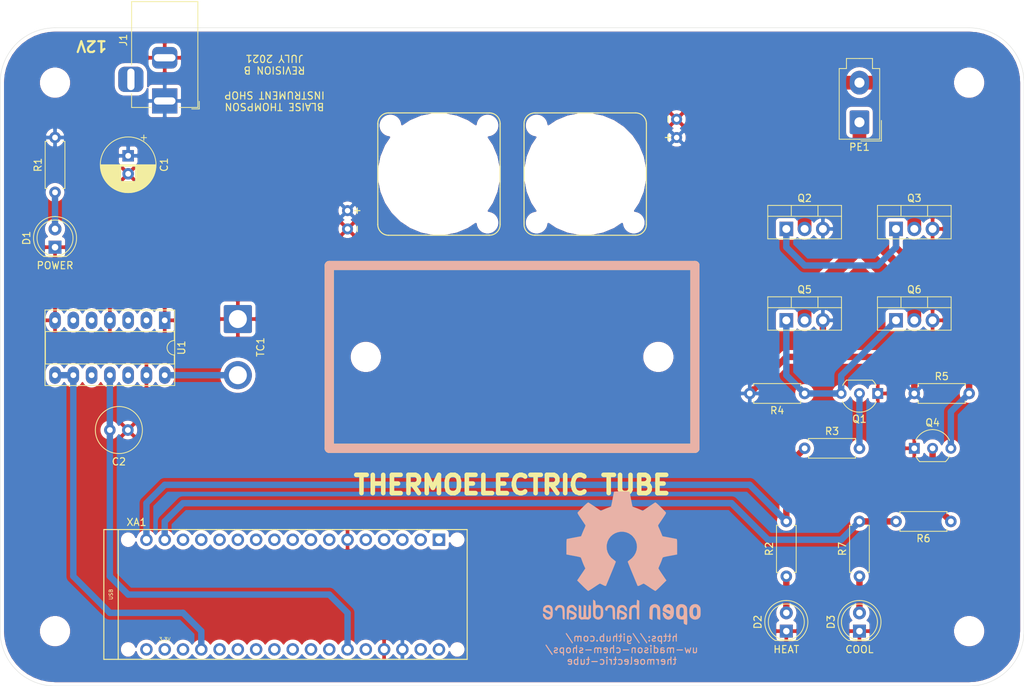
<source format=kicad_pcb>
(kicad_pcb (version 20171130) (host pcbnew 5.1.8+dfsg1-1+b1)
  (title_block (title "Thermoelectric Tube") (date 2021-07-27) (rev B) (company UW-Madison) (comment 1 "Department of Chemistry") (comment 2 "Instrument Shop") (comment 3 "Blaise Thompson") (comment 4 blaise.thompson@wisc.edu))
  (layers (0 F.Cu signal) (31 B.Cu signal) (34 B.Paste user) (35 F.Paste user) (36 B.SilkS user) (37 F.SilkS user) (38 B.Mask user) (39 F.Mask user) (44 Edge.Cuts user))
  (net 0 "")
  (net 1 GND)
  (net 2 "Net-(Q1-Pad3)")
  (net 3 "Net-(Q1-Pad2)")
  (net 4 "Net-(Q2-Pad1)")
  (net 5 "Net-(Q4-Pad2)")
  (net 6 +12V)
  (net 7 +5V)
  (net 8 "Net-(D1-Pad2)")
  (net 9 "Net-(D2-Pad2)")
  (net 10 "Net-(D3-Pad2)")
  (net 11 "Net-(PE1-Pad2)")
  (net 12 "Net-(PE1-Pad1)")
  (net 13 "Net-(R2-Pad2)")
  (net 14 "Net-(R6-Pad2)")
  (net 15 "Net-(TC1-Pad2)")
  (net 16 "Net-(U1-Pad8)")
  (module Symbol:OSHW-Logo2_24.3x20mm_SilkScreen (layer B.Cu) (at 129.54 116.84 180)
    (fp_text reference REF** hide)
    (fp_text value OSHW-Logo2_24.3x20mm_SilkScreen hide)
  )
  (module Connector_Wire:SolderWire-2sqmm_1x02_P7.8mm_D2mm_OD3.9mm (layer F.Cu) (at 76.2 83.64 270)
    (fp_text reference TC1 (at 3.9 -3.15 90) (layer F.SilkS))
    (fp_text value Thermocouple)
    (pad 2 thru_hole circle (at 7.8 0 270) (size 3.9 3.9) (drill 2.5) (layers *.Cu *.Mask) (net 15 "Net-(TC1-Pad2)"))
    (pad 1 thru_hole roundrect (at 0 0 270) (size 3.9 3.9) (drill 2.5) (layers *.Cu *.Mask) (roundrect_rratio 0.06410282051282051) (net 1 GND))
  )
  (module Connector_Molex:Molex_Mini-Fit_Jr_5566-02A_2x01_P4.20mm_Vertical (layer F.Cu) (at 162.56 56.3 180)
    (fp_text reference PE1 (at 0 -3.45) (layer F.SilkS))
    (fp_text value Peltier_Element)
    (pad 2 thru_hole oval (at 0 5.5 180) (size 2.7 3.3) (drill 1.4) (layers *.Cu *.Mask) (net 11 "Net-(PE1-Pad2)"))
    (pad 1 thru_hole roundrect (at 0 0 180) (size 2.7 3.3) (drill 1.4) (layers *.Cu *.Mask) (roundrect_rratio 0.09259296296296296) (net 12 "Net-(PE1-Pad1)"))
  )
  (module Arduino:Arduino_Micro_Socket (layer F.Cu) (at 59.58 130.92)
    (fp_text reference XA1 (at 2.54 -19.05) (layer F.SilkS))
    (fp_text value Arduino_Micro_Socket)
    (fp_text user USB (at -1.016 -9.017 90) (layer F.SilkS) (effects (font (size 0.5 0.5) (thickness 0.075))))
    (fp_text user 3.3V (at 6.46 -2.794) (layer F.SilkS) (effects (font (size 0.5 0.5) (thickness 0.075))))
    (pad MISO thru_hole oval (at 42.02 -1.38) (size 1.7272 1.7272) (drill 1.016) (layers *.Cu *.Mask))
    (pad A5 thru_hole oval (at 24.24 -1.38) (size 1.7272 1.7272) (drill 1.016) (layers *.Cu *.Mask))
    (pad A4 thru_hole oval (at 21.7 -1.38) (size 1.7272 1.7272) (drill 1.016) (layers *.Cu *.Mask))
    (pad A3 thru_hole oval (at 19.16 -1.38) (size 1.7272 1.7272) (drill 1.016) (layers *.Cu *.Mask))
    (pad A2 thru_hole oval (at 16.62 -1.38) (size 1.7272 1.7272) (drill 1.016) (layers *.Cu *.Mask))
    (pad A1 thru_hole oval (at 14.08 -1.38) (size 1.7272 1.7272) (drill 1.016) (layers *.Cu *.Mask))
    (pad "" thru_hole oval (at 29.32 -1.38) (size 1.7272 1.7272) (drill 1.016) (layers *.Cu *.Mask))
    (pad D11 thru_hole oval (at 6.46 -16.62) (size 1.7272 1.7272) (drill 1.016) (layers *.Cu *.Mask) (net 14 "Net-(R6-Pad2)"))
    (pad D12 thru_hole oval (at 3.92 -16.62) (size 1.7272 1.7272) (drill 1.016) (layers *.Cu *.Mask) (net 13 "Net-(R2-Pad2)"))
    (pad D13 thru_hole oval (at 3.92 -1.38) (size 1.7272 1.7272) (drill 1.016) (layers *.Cu *.Mask))
    (pad AREF thru_hole oval (at 9 -1.38) (size 1.7272 1.7272) (drill 1.016) (layers *.Cu *.Mask))
    (pad "" np_thru_hole circle (at 1.38 -1.38) (size 1.016 1.016) (drill 1.016) (layers *.Cu *.Mask))
    (pad D10 thru_hole oval (at 9 -16.62) (size 1.7272 1.7272) (drill 1.016) (layers *.Cu *.Mask))
    (pad D9 thru_hole oval (at 11.54 -16.62) (size 1.7272 1.7272) (drill 1.016) (layers *.Cu *.Mask))
    (pad D8 thru_hole oval (at 14.08 -16.62) (size 1.7272 1.7272) (drill 1.016) (layers *.Cu *.Mask))
    (pad D7 thru_hole oval (at 16.62 -16.62) (size 1.7272 1.7272) (drill 1.016) (layers *.Cu *.Mask))
    (pad D6 thru_hole oval (at 19.16 -16.62) (size 1.7272 1.7272) (drill 1.016) (layers *.Cu *.Mask))
    (pad D5 thru_hole oval (at 21.7 -16.62) (size 1.7272 1.7272) (drill 1.016) (layers *.Cu *.Mask))
    (pad D4 thru_hole oval (at 24.24 -16.62) (size 1.7272 1.7272) (drill 1.016) (layers *.Cu *.Mask))
    (pad D3 thru_hole oval (at 26.78 -16.62) (size 1.7272 1.7272) (drill 1.016) (layers *.Cu *.Mask))
    (pad D2 thru_hole oval (at 29.32 -16.62) (size 1.7272 1.7272) (drill 1.016) (layers *.Cu *.Mask))
    (pad D1 thru_hole oval (at 39.48 -16.62) (size 1.7272 1.7272) (drill 1.016) (layers *.Cu *.Mask))
    (pad D0 thru_hole oval (at 36.94 -16.62) (size 1.7272 1.7272) (drill 1.016) (layers *.Cu *.Mask))
    (pad SS thru_hole oval (at 42.02 -16.62) (size 1.7272 1.7272) (drill 1.016) (layers *.Cu *.Mask))
    (pad RST1 thru_hole oval (at 34.4 -1.38) (size 1.7272 1.7272) (drill 1.016) (layers *.Cu *.Mask))
    (pad 3V3 thru_hole oval (at 6.46 -1.38) (size 1.7272 1.7272) (drill 1.016) (layers *.Cu *.Mask))
    (pad 5V thru_hole oval (at 31.86 -1.38) (size 1.7272 1.7272) (drill 1.016) (layers *.Cu *.Mask) (net 7 +5V))
    (pad GND1 thru_hole oval (at 36.94 -1.38) (size 1.7272 1.7272) (drill 1.016) (layers *.Cu *.Mask) (net 1 GND))
    (pad GND2 thru_hole oval (at 31.86 -16.62) (size 1.7272 1.7272) (drill 1.016) (layers *.Cu *.Mask) (net 1 GND))
    (pad VIN thru_hole oval (at 39.48 -1.38) (size 1.7272 1.7272) (drill 1.016) (layers *.Cu *.Mask) (net 6 +12V))
    (pad A0 thru_hole oval (at 11.54 -1.38) (size 1.7272 1.7272) (drill 1.016) (layers *.Cu *.Mask) (net 16 "Net-(U1-Pad8)"))
    (pad SCK thru_hole oval (at 44.56 -1.38) (size 1.7272 1.7272) (drill 1.016) (layers *.Cu *.Mask))
    (pad MOSI thru_hole rect (at 44.56 -16.62) (size 1.7272 1.7272) (drill 1.016) (layers *.Cu *.Mask))
    (pad RST2 thru_hole oval (at 34.4 -16.62) (size 1.7272 1.7272) (drill 1.016) (layers *.Cu *.Mask))
    (pad "" thru_hole oval (at 26.78 -1.38) (size 1.7272 1.7272) (drill 1.016) (layers *.Cu *.Mask))
    (pad "" np_thru_hole circle (at 47.1 -1.38) (size 1.016 1.016) (drill 1.016) (layers *.Cu *.Mask))
    (pad "" np_thru_hole circle (at 1.38 -16.62) (size 1.016 1.016) (drill 1.016) (layers *.Cu *.Mask))
    (pad "" np_thru_hole circle (at 47.1 -16.62) (size 1.016 1.016) (drill 1.016) (layers *.Cu *.Mask))
  )
  (module footprints:F17HA-05HC (layer F.Cu) (at 124.46 63.5 270)
    (fp_text reference M2 (at 0 0.5 90) (layer F.SilkS))
    (fp_text value Fan)
    (fp_text user - (at -7.62 -11.43 270) (layer F.SilkS))
    (fp_text user + (at -5.08 -11.43 270) (layer F.SilkS))
    (pad "" np_thru_hole circle (at -6.75 6.75 270) (size 2 2) (drill 2) (layers *.Cu *.Mask))
    (pad "" np_thru_hole circle (at 6.75 -6.75 270) (size 2 2) (drill 2) (layers *.Cu *.Mask))
    (pad "" np_thru_hole circle (at 6.75 6.75 270) (size 2 2) (drill 2) (layers *.Cu *.Mask))
    (pad "" np_thru_hole circle (at 0 0 270) (size 15.9 15.9) (drill 15.9) (layers *.Cu *.Mask))
    (pad 1 thru_hole circle (at -5.08 -12.7 270) (size 1.524 1.524) (drill 0.762) (layers *.Cu *.Mask) (net 6 +12V))
    (pad 2 thru_hole circle (at -7.62 -12.7 270) (size 1.524 1.524) (drill 0.762) (layers *.Cu *.Mask) (net 1 GND))
  )
  (module footprints:F17HA-05HC (layer F.Cu) (at 104.14 63.5 90)
    (fp_text reference M1 (at 0 0.5 90) (layer F.SilkS))
    (fp_text value Fan)
    (fp_text user - (at -7.62 -11.43 270) (layer F.SilkS))
    (fp_text user + (at -5.08 -11.43 270) (layer F.SilkS))
    (pad "" np_thru_hole circle (at -6.75 6.75 90) (size 2 2) (drill 2) (layers *.Cu *.Mask))
    (pad "" np_thru_hole circle (at 6.75 -6.75 90) (size 2 2) (drill 2) (layers *.Cu *.Mask))
    (pad "" np_thru_hole circle (at 6.75 6.75 90) (size 2 2) (drill 2) (layers *.Cu *.Mask))
    (pad "" np_thru_hole circle (at 0 0 90) (size 15.9 15.9) (drill 15.9) (layers *.Cu *.Mask))
    (pad 1 thru_hole circle (at -5.08 -12.7 90) (size 1.524 1.524) (drill 0.762) (layers *.Cu *.Mask) (net 6 +12V))
    (pad 2 thru_hole circle (at -7.62 -12.7 90) (size 1.524 1.524) (drill 0.762) (layers *.Cu *.Mask) (net 1 GND))
  )
  (module MountingHole:MountingHole_3.2mm_M3 (layer F.Cu) (at 134.62 88.9)
    (fp_text reference REF** hide)
    (fp_text value MountingHole_3.2mm_M3 hide)
    (pad 1 np_thru_hole circle (at 0 0) (size 3.2 3.2) (drill 3.2) (layers *.Cu *.Mask))
  )
  (module MountingHole:MountingHole_3.2mm_M3 (layer F.Cu) (at 93.98 88.9)
    (fp_text reference REF** hide)
    (fp_text value MountingHole_3.2mm_M3 hide)
    (pad 1 np_thru_hole circle (at 0 0) (size 3.2 3.2) (drill 3.2) (layers *.Cu *.Mask))
  )
  (module Resistor_THT:R_Axial_DIN0207_L6.3mm_D2.5mm_P7.62mm_Horizontal (layer F.Cu) (at 175.26 111.76 180)
    (fp_text reference R6 (at 3.81 -2.37) (layer F.SilkS))
    (fp_text value R_US)
    (pad 2 thru_hole oval (at 7.62 0 180) (size 1.6 1.6) (drill 0.8) (layers *.Cu *.Mask) (net 14 "Net-(R6-Pad2)"))
    (pad 1 thru_hole circle (at 0 0 180) (size 1.6 1.6) (drill 0.8) (layers *.Cu *.Mask) (net 5 "Net-(Q4-Pad2)"))
  )
  (module Package_TO_SOT_THT:TO-92_Inline_Wide (layer F.Cu) (at 170.18 101.6)
    (fp_text reference Q4 (at 2.54 -3.56) (layer F.SilkS))
    (fp_text value 2N3904)
    (pad 1 thru_hole rect (at 0 0 90) (size 1.5 1.5) (drill 0.8) (layers *.Cu *.Mask) (net 1 GND))
    (pad 3 thru_hole circle (at 5.08 0 90) (size 1.5 1.5) (drill 0.8) (layers *.Cu *.Mask) (net 4 "Net-(Q2-Pad1)"))
    (pad 2 thru_hole circle (at 2.54 0 90) (size 1.5 1.5) (drill 0.8) (layers *.Cu *.Mask) (net 5 "Net-(Q4-Pad2)"))
  )
  (module Package_TO_SOT_THT:TO-92_Inline_Wide (layer F.Cu) (at 165.1 93.98 180)
    (fp_text reference Q1 (at 2.54 -3.56) (layer F.SilkS))
    (fp_text value 2N3904)
    (pad 1 thru_hole rect (at 0 0 270) (size 1.5 1.5) (drill 0.8) (layers *.Cu *.Mask) (net 1 GND))
    (pad 3 thru_hole circle (at 5.08 0 270) (size 1.5 1.5) (drill 0.8) (layers *.Cu *.Mask) (net 2 "Net-(Q1-Pad3)"))
    (pad 2 thru_hole circle (at 2.54 0 270) (size 1.5 1.5) (drill 0.8) (layers *.Cu *.Mask) (net 3 "Net-(Q1-Pad2)"))
  )
  (module Package_DIP:DIP-14_W7.62mm_Socket_LongPads (layer F.Cu) (at 66.04 83.82 270)
    (fp_text reference U1 (at 3.81 -2.33 90) (layer F.SilkS))
    (fp_text value AD595AQ)
    (pad 14 thru_hole oval (at 7.62 0 270) (size 2.4 1.6) (drill 0.8) (layers *.Cu *.Mask) (net 15 "Net-(TC1-Pad2)"))
    (pad 7 thru_hole oval (at 0 15.24 270) (size 2.4 1.6) (drill 0.8) (layers *.Cu *.Mask) (net 1 GND))
    (pad 13 thru_hole oval (at 7.62 2.54 270) (size 2.4 1.6) (drill 0.8) (layers *.Cu *.Mask) (net 1 GND))
    (pad 6 thru_hole oval (at 0 12.7 270) (size 2.4 1.6) (drill 0.8) (layers *.Cu *.Mask))
    (pad 12 thru_hole oval (at 7.62 5.08 270) (size 2.4 1.6) (drill 0.8) (layers *.Cu *.Mask))
    (pad 5 thru_hole oval (at 0 10.16 270) (size 2.4 1.6) (drill 0.8) (layers *.Cu *.Mask))
    (pad 11 thru_hole oval (at 7.62 7.62 270) (size 2.4 1.6) (drill 0.8) (layers *.Cu *.Mask) (net 7 +5V))
    (pad 4 thru_hole oval (at 0 7.62 270) (size 2.4 1.6) (drill 0.8) (layers *.Cu *.Mask) (net 1 GND))
    (pad 10 thru_hole oval (at 7.62 10.16 270) (size 2.4 1.6) (drill 0.8) (layers *.Cu *.Mask))
    (pad 3 thru_hole oval (at 0 5.08 270) (size 2.4 1.6) (drill 0.8) (layers *.Cu *.Mask))
    (pad 9 thru_hole oval (at 7.62 12.7 270) (size 2.4 1.6) (drill 0.8) (layers *.Cu *.Mask) (net 16 "Net-(U1-Pad8)"))
    (pad 2 thru_hole oval (at 0 2.54 270) (size 2.4 1.6) (drill 0.8) (layers *.Cu *.Mask))
    (pad 8 thru_hole oval (at 7.62 15.24 270) (size 2.4 1.6) (drill 0.8) (layers *.Cu *.Mask) (net 16 "Net-(U1-Pad8)"))
    (pad 1 thru_hole rect (at 0 0 270) (size 2.4 1.6) (drill 0.8) (layers *.Cu *.Mask) (net 1 GND))
  )
  (module MountingHole:MountingHole_3.2mm_M3 (layer F.Cu) (at 177.8 50.8)
    (fp_text reference REF** hide)
    (fp_text value MountingHole_3.2mm_M3 hide)
    (pad 1 np_thru_hole circle (at 0 0) (size 3.2 3.2) (drill 3.2) (layers *.Cu *.Mask))
  )
  (module MountingHole:MountingHole_3.2mm_M3 (layer F.Cu) (at 177.8 127)
    (fp_text reference REF** hide)
    (fp_text value MountingHole_3.2mm_M3 hide)
    (pad 1 np_thru_hole circle (at 0 0) (size 3.2 3.2) (drill 3.2) (layers *.Cu *.Mask))
  )
  (module MountingHole:MountingHole_3.2mm_M3 (layer F.Cu) (at 50.8 127)
    (fp_text reference REF** hide)
    (fp_text value MountingHole_3.2mm_M3 hide)
    (pad 1 np_thru_hole circle (at 0 0) (size 3.2 3.2) (drill 3.2) (layers *.Cu *.Mask))
  )
  (module MountingHole:MountingHole_3.2mm_M3 (layer F.Cu) (at 50.8 50.8)
    (fp_text reference REF** hide)
    (fp_text value MountingHole_3.2mm_M3 hide)
    (pad 1 np_thru_hole circle (at 0 0) (size 3.2 3.2) (drill 3.2) (layers *.Cu *.Mask))
  )
  (module Resistor_THT:R_Axial_DIN0207_L6.3mm_D2.5mm_P7.62mm_Horizontal (layer F.Cu) (at 162.56 119.38 90)
    (fp_text reference R7 (at 3.81 -2.37 90) (layer F.SilkS))
    (fp_text value 10k)
    (pad 2 thru_hole oval (at 7.62 0 90) (size 1.6 1.6) (drill 0.8) (layers *.Cu *.Mask) (net 14 "Net-(R6-Pad2)"))
    (pad 1 thru_hole circle (at 0 0 90) (size 1.6 1.6) (drill 0.8) (layers *.Cu *.Mask) (net 10 "Net-(D3-Pad2)"))
  )
  (module Resistor_THT:R_Axial_DIN0207_L6.3mm_D2.5mm_P7.62mm_Horizontal (layer F.Cu) (at 170.18 93.98)
    (fp_text reference R5 (at 3.81 -2.37) (layer F.SilkS))
    (fp_text value 1k)
    (pad 2 thru_hole oval (at 7.62 0) (size 1.6 1.6) (drill 0.8) (layers *.Cu *.Mask) (net 4 "Net-(Q2-Pad1)"))
    (pad 1 thru_hole circle (at 0 0) (size 1.6 1.6) (drill 0.8) (layers *.Cu *.Mask) (net 6 +12V))
  )
  (module Resistor_THT:R_Axial_DIN0207_L6.3mm_D2.5mm_P7.62mm_Horizontal (layer F.Cu) (at 154.94 93.98 180)
    (fp_text reference R4 (at 3.81 -2.37) (layer F.SilkS))
    (fp_text value 1k)
    (pad 2 thru_hole oval (at 7.62 0 180) (size 1.6 1.6) (drill 0.8) (layers *.Cu *.Mask) (net 6 +12V))
    (pad 1 thru_hole circle (at 0 0 180) (size 1.6 1.6) (drill 0.8) (layers *.Cu *.Mask) (net 2 "Net-(Q1-Pad3)"))
  )
  (module Resistor_THT:R_Axial_DIN0207_L6.3mm_D2.5mm_P7.62mm_Horizontal (layer F.Cu) (at 154.94 101.6)
    (fp_text reference R3 (at 3.81 -2.37) (layer F.SilkS))
    (fp_text value 10k)
    (pad 2 thru_hole oval (at 7.62 0) (size 1.6 1.6) (drill 0.8) (layers *.Cu *.Mask) (net 3 "Net-(Q1-Pad2)"))
    (pad 1 thru_hole circle (at 0 0) (size 1.6 1.6) (drill 0.8) (layers *.Cu *.Mask) (net 13 "Net-(R2-Pad2)"))
  )
  (module Resistor_THT:R_Axial_DIN0207_L6.3mm_D2.5mm_P7.62mm_Horizontal (layer F.Cu) (at 152.4 119.38 90)
    (fp_text reference R2 (at 3.81 -2.37 90) (layer F.SilkS))
    (fp_text value 10k)
    (pad 2 thru_hole oval (at 7.62 0 90) (size 1.6 1.6) (drill 0.8) (layers *.Cu *.Mask) (net 13 "Net-(R2-Pad2)"))
    (pad 1 thru_hole circle (at 0 0 90) (size 1.6 1.6) (drill 0.8) (layers *.Cu *.Mask) (net 9 "Net-(D2-Pad2)"))
  )
  (module Resistor_THT:R_Axial_DIN0207_L6.3mm_D2.5mm_P7.62mm_Horizontal (layer F.Cu) (at 50.8 66.04 90)
    (fp_text reference R1 (at 3.81 -2.37 90) (layer F.SilkS))
    (fp_text value 10k)
    (pad 2 thru_hole oval (at 7.62 0 90) (size 1.6 1.6) (drill 0.8) (layers *.Cu *.Mask) (net 6 +12V))
    (pad 1 thru_hole circle (at 0 0 90) (size 1.6 1.6) (drill 0.8) (layers *.Cu *.Mask) (net 8 "Net-(D1-Pad2)"))
  )
  (module Package_TO_SOT_THT:TO-220-3_Vertical (layer F.Cu) (at 167.64 83.82)
    (fp_text reference Q6 (at 2.54 -4.27) (layer F.SilkS))
    (fp_text value IRF630)
    (pad 3 thru_hole oval (at 5.08 0) (size 1.905 2) (drill 1.1) (layers *.Cu *.Mask) (net 1 GND))
    (pad 2 thru_hole oval (at 2.54 0) (size 1.905 2) (drill 1.1) (layers *.Cu *.Mask) (net 12 "Net-(PE1-Pad1)"))
    (pad 1 thru_hole rect (at 0 0) (size 1.905 2) (drill 1.1) (layers *.Cu *.Mask) (net 2 "Net-(Q1-Pad3)"))
  )
  (module Package_TO_SOT_THT:TO-220-3_Vertical (layer F.Cu) (at 152.4 83.82)
    (fp_text reference Q5 (at 2.54 -4.27) (layer F.SilkS))
    (fp_text value IRF9630)
    (pad 3 thru_hole oval (at 5.08 0) (size 1.905 2) (drill 1.1) (layers *.Cu *.Mask) (net 6 +12V))
    (pad 2 thru_hole oval (at 2.54 0) (size 1.905 2) (drill 1.1) (layers *.Cu *.Mask) (net 12 "Net-(PE1-Pad1)"))
    (pad 1 thru_hole rect (at 0 0) (size 1.905 2) (drill 1.1) (layers *.Cu *.Mask) (net 2 "Net-(Q1-Pad3)"))
  )
  (module Package_TO_SOT_THT:TO-220-3_Vertical (layer F.Cu) (at 167.64 71.12)
    (fp_text reference Q3 (at 2.54 -4.27) (layer F.SilkS))
    (fp_text value IRF630)
    (pad 3 thru_hole oval (at 5.08 0) (size 1.905 2) (drill 1.1) (layers *.Cu *.Mask) (net 1 GND))
    (pad 2 thru_hole oval (at 2.54 0) (size 1.905 2) (drill 1.1) (layers *.Cu *.Mask) (net 11 "Net-(PE1-Pad2)"))
    (pad 1 thru_hole rect (at 0 0) (size 1.905 2) (drill 1.1) (layers *.Cu *.Mask) (net 4 "Net-(Q2-Pad1)"))
  )
  (module Package_TO_SOT_THT:TO-220-3_Vertical (layer F.Cu) (at 152.4 71.12)
    (fp_text reference Q2 (at 2.54 -4.27) (layer F.SilkS))
    (fp_text value IRF9630)
    (pad 3 thru_hole oval (at 5.08 0) (size 1.905 2) (drill 1.1) (layers *.Cu *.Mask) (net 6 +12V))
    (pad 2 thru_hole oval (at 2.54 0) (size 1.905 2) (drill 1.1) (layers *.Cu *.Mask) (net 11 "Net-(PE1-Pad2)"))
    (pad 1 thru_hole rect (at 0 0) (size 1.905 2) (drill 1.1) (layers *.Cu *.Mask) (net 4 "Net-(Q2-Pad1)"))
  )
  (module Connector_BarrelJack:BarrelJack_Horizontal (layer F.Cu) (at 66.04 53.34 270)
    (fp_text reference J1 (at -8.45 5.75 90) (layer F.SilkS))
    (fp_text value Barrel_Jack)
    (pad 3 thru_hole roundrect (at -3 4.7 270) (size 3.5 3.5) (drill oval 3 1) (layers *.Cu *.Mask))
    (pad 2 thru_hole roundrect (at -6 0 270) (size 3 3.5) (drill oval 1 3) (layers *.Cu *.Mask) (net 1 GND))
    (pad 1 thru_hole rect (at 0 0 270) (size 3.5 3.5) (drill oval 1 3) (layers *.Cu *.Mask) (net 6 +12V))
  )
  (module LED_THT:LED_D5.0mm (layer F.Cu) (at 162.56 127 90)
    (fp_text reference D3 (at 1.27 -3.96 90) (layer F.SilkS))
    (fp_text value LED)
    (pad 2 thru_hole circle (at 2.54 0 90) (size 1.8 1.8) (drill 0.9) (layers *.Cu *.Mask) (net 10 "Net-(D3-Pad2)"))
    (pad 1 thru_hole rect (at 0 0 90) (size 1.8 1.8) (drill 0.9) (layers *.Cu *.Mask) (net 1 GND))
  )
  (module LED_THT:LED_D5.0mm (layer F.Cu) (at 152.4 127 90)
    (fp_text reference D2 (at 1.27 -3.96 90) (layer F.SilkS))
    (fp_text value LED)
    (pad 2 thru_hole circle (at 2.54 0 90) (size 1.8 1.8) (drill 0.9) (layers *.Cu *.Mask) (net 9 "Net-(D2-Pad2)"))
    (pad 1 thru_hole rect (at 0 0 90) (size 1.8 1.8) (drill 0.9) (layers *.Cu *.Mask) (net 1 GND))
  )
  (module LED_THT:LED_D5.0mm (layer F.Cu) (at 50.8 73.66 90)
    (fp_text reference D1 (at 1.27 -3.96 90) (layer F.SilkS))
    (fp_text value LED)
    (pad 2 thru_hole circle (at 2.54 0 90) (size 1.8 1.8) (drill 0.9) (layers *.Cu *.Mask) (net 8 "Net-(D1-Pad2)"))
    (pad 1 thru_hole rect (at 0 0 90) (size 1.8 1.8) (drill 0.9) (layers *.Cu *.Mask) (net 1 GND))
  )
  (module Capacitor_THT:C_Radial_D6.3mm_H5.0mm_P2.50mm (layer F.Cu) (at 60.92 99.06 180)
    (fp_text reference C2 (at 1.25 -4.4) (layer F.SilkS))
    (fp_text value 100n)
    (pad 2 thru_hole circle (at 2.5 0 180) (size 1.6 1.6) (drill 0.8) (layers *.Cu *.Mask) (net 7 +5V))
    (pad 1 thru_hole circle (at 0 0 180) (size 1.6 1.6) (drill 0.8) (layers *.Cu *.Mask) (net 1 GND))
  )
  (module Capacitor_THT:CP_Radial_D7.5mm_P2.50mm (layer F.Cu) (at 60.96 60.96 270)
    (fp_text reference C1 (at 1.25 -5 90) (layer F.SilkS))
    (fp_text value CP1)
    (pad 2 thru_hole circle (at 2.5 0 270) (size 1.6 1.6) (drill 0.8) (layers *.Cu *.Mask) (net 1 GND))
    (pad 1 thru_hole rect (at 0 0 270) (size 1.6 1.6) (drill 0.8) (layers *.Cu *.Mask) (net 6 +12V))
  )
  (gr_text "THERMOELECTRIC TUBE" (at 114.3 106.68) (layer F.SilkS) (effects (font (size 2.54 2.54) (thickness 0.635))))
  (gr_text "BLAISE THOMPSON\nINSTRUMENT SHOP" (at 81.28 53.34 180) (layer F.SilkS) (effects (font (size 1 1))))
  (gr_text "REVISION B\nJULY 2021" (at 81.28 48.26 180) (layer F.SilkS) (effects (font (size 1 1))))
  (gr_text "https://github.com/\nuw-madison-chem-shops/\nthermoelectric-tube" (at 129.54 129.54) (layer B.SilkS) (effects (font (size 1 1)) (justify mirror)))
  (gr_text 12V (at 55.88 45.72 180) (layer F.SilkS) (effects (font (size 1.5 1.5) (thickness 0.3))))
  (gr_text COOL (at 162.56 129.54) (layer F.SilkS) (effects (font (size 1 1))))
  (gr_text HEAT (at 152.4 129.54) (layer F.SilkS) (effects (font (size 1 1))))
  (gr_text POWER (at 50.8 76.2) (layer F.SilkS) (effects (font (size 1 1))))
  (gr_line (start 139.7 76.2) (end 88.9 76.2) (layer B.SilkS) (width 1.27))
  (gr_line (start 139.7 76.2) (end 139.7 101.6) (layer B.SilkS) (width 1.27))
  (gr_line (start 88.9 76.2) (end 88.9 101.6) (layer B.SilkS) (width 1.27))
  (gr_line (start 88.9 101.6) (end 139.7 101.6) (layer B.SilkS) (width 1.27))
  (gr_line (start 50.8 43.18) (end 177.8 43.18) (layer Edge.Cuts) (width 0.05))
  (gr_line (start 43.18 127) (end 43.18 50.8) (layer Edge.Cuts) (width 0.05))
  (gr_line (start 177.8 134.62) (end 50.8 134.62) (layer Edge.Cuts) (width 0.05))
  (gr_line (start 185.42 50.8) (end 185.42 127) (layer Edge.Cuts) (width 0.05))
  (gr_arc (start 50.8 50.8) (end 50.8 43.18) (angle -90) (layer Edge.Cuts) (width 0.05))
  (gr_arc (start 177.8 50.8) (end 185.42 50.8) (angle -90) (layer Edge.Cuts) (width 0.05))
  (gr_arc (start 177.8 127) (end 177.8 134.62) (angle -90) (layer Edge.Cuts) (width 0.05))
  (gr_arc (start 50.8 127) (end 43.18 127) (angle -90) (layer Edge.Cuts) (width 0.05))
  (gr_line (start 139.7 101.6) (end 139.7 76.2) (layer F.SilkS) (width 1.27))
  (gr_line (start 139.7 101.6) (end 88.9 101.6) (layer F.SilkS) (width 1.27))
  (gr_line (start 88.9 76.2) (end 139.7 76.2) (layer F.SilkS) (width 1.27))
  (gr_line (start 88.9 101.6) (end 88.9 76.2) (layer F.SilkS) (width 1.27))
  (segment (start 160.02 93.98) (end 154.94 93.98) (width 0.889) (layer B.Cu) (net 2))
  (segment (start 152.4 83.82) (end 152.4 91.44) (width 0.889) (layer B.Cu) (net 2))
  (segment (start 152.4 91.44) (end 154.94 93.98) (width 0.889) (layer B.Cu) (net 2))
  (segment (start 160.02 91.4875) (end 160.02 93.98) (width 0.889) (layer B.Cu) (net 2))
  (segment (start 167.64 83.82) (end 167.64 83.8675) (width 0.889) (layer B.Cu) (net 2))
  (segment (start 167.64 83.8675) (end 160.02 91.4875) (width 0.889) (layer B.Cu) (net 2))
  (segment (start 162.56 93.98) (end 162.56 101.6) (width 0.889) (layer B.Cu) (net 3))
  (segment (start 175.26 96.52) (end 177.8 93.98) (width 0.889) (layer B.Cu) (net 4))
  (segment (start 175.26 101.6) (end 175.26 96.52) (width 0.889) (layer B.Cu) (net 4))
  (segment (start 177.8 93.98) (end 177.8 81.28) (width 0.889) (layer F.Cu) (net 4))
  (segment (start 177.8 81.28) (end 172.72 76.2) (width 0.889) (layer F.Cu) (net 4))
  (segment (start 172.72 76.2) (end 170.18 76.2) (width 0.889) (layer F.Cu) (net 4))
  (segment (start 170.18 76.2) (end 167.64 73.66) (width 0.889) (layer F.Cu) (net 4))
  (segment (start 167.64 73.66) (end 167.64 71.12) (width 0.889) (layer F.Cu) (net 4))
  (segment (start 152.4 71.12) (end 152.4 73.66) (width 0.889) (layer B.Cu) (net 4))
  (segment (start 152.4 73.66) (end 154.94 76.2) (width 0.889) (layer B.Cu) (net 4))
  (segment (start 154.94 76.2) (end 165.1 76.2) (width 0.889) (layer B.Cu) (net 4))
  (segment (start 165.1 76.2) (end 167.64 73.66) (width 0.889) (layer B.Cu) (net 4))
  (segment (start 167.64 73.66) (end 167.64 71.12) (width 0.889) (layer B.Cu) (net 4))
  (segment (start 175.26 111.76) (end 172.72 109.22) (width 0.889) (layer F.Cu) (net 5))
  (segment (start 172.72 101.6) (end 172.72 109.22) (width 0.889) (layer F.Cu) (net 5))
  (segment (start 157.48 88.9) (end 167.64 88.9) (width 0.889) (layer F.Cu) (net 6))
  (segment (start 167.64 88.9) (end 170.18 91.44) (width 0.889) (layer F.Cu) (net 6))
  (segment (start 170.18 91.44) (end 170.18 93.98) (width 0.889) (layer F.Cu) (net 6))
  (segment (start 157.48 83.82) (end 157.48 88.9) (width 0.889) (layer F.Cu) (net 6))
  (segment (start 157.48 88.9) (end 152.4 88.9) (width 0.889) (layer F.Cu) (net 6))
  (segment (start 152.4 88.9) (end 147.32 93.98) (width 0.889) (layer F.Cu) (net 6))
  (segment (start 58.42 91.44) (end 58.42 99.06) (width 0.889) (layer B.Cu) (net 7))
  (segment (start 58.42 99.06) (end 58.42 119.38) (width 0.889) (layer B.Cu) (net 7))
  (segment (start 58.42 119.38) (end 60.96 121.92) (width 0.889) (layer B.Cu) (net 7))
  (segment (start 60.96 121.92) (end 88.9 121.92) (width 0.889) (layer B.Cu) (net 7))
  (segment (start 91.44 124.46) (end 91.44 129.54) (width 0.889) (layer B.Cu) (net 7))
  (segment (start 88.9 121.92) (end 91.44 124.46) (width 0.889) (layer B.Cu) (net 7))
  (segment (start 50.8 71.12) (end 50.8 66.04) (width 0.889) (layer B.Cu) (net 8))
  (segment (start 152.4 124.46) (end 152.4 119.38) (width 0.889) (layer F.Cu) (net 9))
  (segment (start 162.56 124.46) (end 162.56 119.38) (width 0.889) (layer F.Cu) (net 10))
  (segment (start 170.18 53.34) (end 170.18 71.12) (width 1.905) (layer F.Cu) (net 11))
  (segment (start 167.64 50.8) (end 170.18 53.34) (width 1.905) (layer F.Cu) (net 11))
  (segment (start 157.48 50.8) (end 167.64 50.8) (width 1.905) (layer F.Cu) (net 11))
  (segment (start 154.94 53.34) (end 157.48 50.8) (width 1.905) (layer F.Cu) (net 11))
  (segment (start 154.94 71.12) (end 154.94 53.34) (width 1.905) (layer F.Cu) (net 11))
  (segment (start 170.18 83.82) (end 170.18 81.28) (width 1.905) (layer F.Cu) (net 12))
  (segment (start 170.18 81.28) (end 162.56 73.66) (width 1.905) (layer F.Cu) (net 12))
  (segment (start 162.56 73.66) (end 154.94 81.28) (width 1.905) (layer F.Cu) (net 12))
  (segment (start 154.94 83.82) (end 154.94 81.28) (width 1.905) (layer F.Cu) (net 12))
  (segment (start 162.56 56.3) (end 162.56 73.66) (width 1.905) (layer F.Cu) (net 12))
  (segment (start 152.4 104.14) (end 154.94 101.6) (width 0.889) (layer F.Cu) (net 13))
  (segment (start 66.04 106.68) (end 63.5 109.22) (width 0.889) (layer B.Cu) (net 13))
  (segment (start 63.5 109.22) (end 63.5 114.3) (width 0.889) (layer B.Cu) (net 13))
  (segment (start 147.32 106.68) (end 66.04 106.68) (width 0.889) (layer B.Cu) (net 13))
  (segment (start 152.4 111.76) (end 147.32 106.68) (width 0.889) (layer B.Cu) (net 13))
  (segment (start 152.4 104.14) (end 152.4 111.76) (width 0.889) (layer F.Cu) (net 13))
  (segment (start 162.56 111.76) (end 167.64 111.76) (width 0.889) (layer F.Cu) (net 14))
  (segment (start 66.04 114.3) (end 66.04 111.76) (width 0.889) (layer B.Cu) (net 14))
  (segment (start 66.04 111.76) (end 68.58 109.22) (width 0.889) (layer B.Cu) (net 14))
  (segment (start 68.58 109.22) (end 144.78 109.22) (width 0.889) (layer B.Cu) (net 14))
  (segment (start 144.78 109.22) (end 149.86 114.3) (width 0.889) (layer B.Cu) (net 14))
  (segment (start 160.02 114.3) (end 162.56 111.76) (width 0.889) (layer B.Cu) (net 14))
  (segment (start 149.86 114.3) (end 160.02 114.3) (width 0.889) (layer B.Cu) (net 14))
  (segment (start 76.2 91.44) (end 66.04 91.44) (width 0.889) (layer B.Cu) (net 15))
  (segment (start 53.34 91.44) (end 50.8 91.44) (width 0.889) (layer B.Cu) (net 16))
  (segment (start 53.34 119.38) (end 58.42 124.46) (width 0.889) (layer B.Cu) (net 16))
  (segment (start 53.34 91.44) (end 53.34 119.38) (width 0.889) (layer B.Cu) (net 16))
  (segment (start 58.42 124.46) (end 68.58 124.46) (width 0.889) (layer B.Cu) (net 16))
  (segment (start 68.58 124.46) (end 71.12 127) (width 0.889) (layer B.Cu) (net 16))
  (segment (start 71.12 127) (end 71.12 129.54) (width 0.889) (layer B.Cu) (net 16))
  (zone (net 1) (net_name GND) (layer F.Cu) (connect_pads (clearance 0.508)) (min_thickness 0.254) (fill yes (arc_segments 32) (thermal_gap 0.508) (thermal_bridge_width 0.508))
    (polygon (pts (xy 185.42 134.62) (xy 43.18 134.62) (xy 43.18 43.18) (xy 185.42 43.18)))
  )
  (zone (net 6) (net_name +12V) (layer B.Cu) (connect_pads (clearance 0.508)) (min_thickness 0.254) (fill yes (arc_segments 32) (thermal_gap 0.508) (thermal_bridge_width 0.508))
    (polygon (pts (xy 185.42 134.62) (xy 43.18 134.62) (xy 43.18 43.18) (xy 185.42 43.18)))
  )
)
</source>
